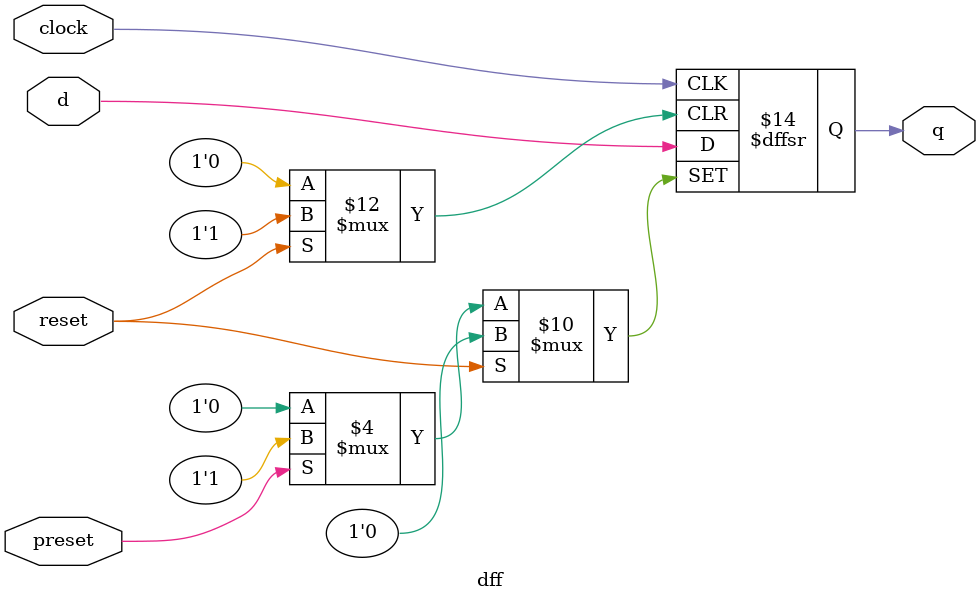
<source format=v>
`timescale 1ns/1ps

module dff (
	input clock, reset, preset, d,
	output reg q
);

always @(posedge clock, posedge reset, posedge preset)
begin
	if (reset)
		q <= 0;
	else if (preset)
		q <= 1;
	else
		q <= d;
	
end
endmodule
</source>
